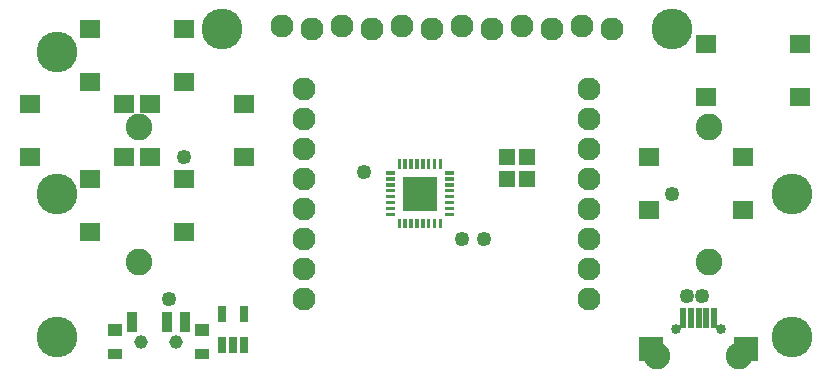
<source format=gts>
G04 MADE WITH FRITZING*
G04 WWW.FRITZING.ORG*
G04 DOUBLE SIDED*
G04 HOLES PLATED*
G04 CONTOUR ON CENTER OF CONTOUR VECTOR*
%ASAXBY*%
%FSLAX23Y23*%
%MOIN*%
%OFA0B0*%
%SFA1.0B1.0*%
%ADD10C,0.076929*%
%ADD11C,0.088740*%
%ADD12C,0.033622*%
%ADD13C,0.045433*%
%ADD14C,0.135984*%
%ADD15C,0.049370*%
%ADD16R,0.057244X0.053307*%
%ADD17R,0.037559X0.069055*%
%ADD18R,0.049370X0.033622*%
%ADD19R,0.049370X0.041496*%
%ADD20R,0.071024X0.061181*%
%ADD21R,0.023779X0.065118*%
%ADD22R,0.080866X0.084803*%
%ADD23R,0.031654X0.057244*%
%ADD24R,0.112362X0.112362*%
%ADD25C,0.010000*%
%LNMASK1*%
G90*
G70*
G54D10*
X979Y284D03*
X979Y384D03*
X979Y484D03*
X979Y584D03*
X979Y684D03*
X979Y784D03*
X979Y884D03*
X979Y984D03*
X1929Y284D03*
X1929Y384D03*
X1929Y484D03*
X1929Y584D03*
X1929Y684D03*
X1929Y784D03*
X1929Y884D03*
X1929Y984D03*
G54D11*
X2154Y96D03*
X2429Y96D03*
G54D12*
X2217Y184D03*
G54D13*
X552Y140D03*
X434Y140D03*
X552Y140D03*
X434Y140D03*
G54D12*
X2367Y184D03*
G54D11*
X2329Y859D03*
X2329Y859D03*
X2329Y409D03*
X2329Y409D03*
X429Y409D03*
X429Y409D03*
X429Y859D03*
X429Y859D03*
G54D14*
X154Y159D03*
X704Y1184D03*
X154Y1109D03*
X154Y634D03*
X2604Y634D03*
X2604Y159D03*
X2204Y1184D03*
G54D15*
X529Y284D03*
X1504Y484D03*
X1579Y484D03*
X2304Y296D03*
X2254Y296D03*
X579Y759D03*
X2204Y634D03*
X1354Y634D03*
X1179Y709D03*
G54D10*
X2004Y1186D03*
X1904Y1196D03*
X1804Y1186D03*
X1704Y1196D03*
X1604Y1186D03*
X1504Y1196D03*
X1404Y1186D03*
X1304Y1196D03*
X1204Y1186D03*
X1104Y1196D03*
X1004Y1186D03*
X904Y1196D03*
G54D16*
X1654Y684D03*
X1721Y684D03*
X1654Y759D03*
X1721Y759D03*
G54D17*
X581Y209D03*
X522Y209D03*
X404Y209D03*
G54D18*
X637Y101D03*
G54D19*
X637Y183D03*
G54D18*
X349Y101D03*
G54D19*
X349Y183D03*
G54D20*
X2630Y1134D03*
X2317Y1134D03*
X2630Y957D03*
X2317Y957D03*
X466Y759D03*
X779Y759D03*
X466Y936D03*
X779Y936D03*
X266Y509D03*
X579Y509D03*
X266Y686D03*
X579Y686D03*
X66Y759D03*
X379Y759D03*
X66Y936D03*
X379Y936D03*
X2442Y759D03*
X2129Y759D03*
X2442Y582D03*
X2129Y582D03*
X266Y1009D03*
X579Y1009D03*
X266Y1186D03*
X579Y1186D03*
G54D21*
X2242Y221D03*
X2344Y221D03*
X2267Y221D03*
X2293Y221D03*
X2319Y221D03*
G54D22*
X2135Y117D03*
X2450Y117D03*
G54D23*
X704Y133D03*
X742Y133D03*
X779Y133D03*
X779Y236D03*
X704Y236D03*
G54D24*
X1364Y635D03*
G54D25*
G36*
X1408Y718D02*
X1408Y750D01*
X1419Y750D01*
X1419Y718D01*
X1408Y718D01*
G37*
D02*
G36*
X1447Y581D02*
X1447Y592D01*
X1478Y592D01*
X1478Y581D01*
X1447Y581D01*
G37*
D02*
G36*
X1309Y521D02*
X1309Y553D01*
X1320Y553D01*
X1320Y521D01*
X1309Y521D01*
G37*
D02*
G36*
X1388Y718D02*
X1388Y750D01*
X1399Y750D01*
X1399Y718D01*
X1388Y718D01*
G37*
D02*
G36*
X1388Y521D02*
X1388Y553D01*
X1399Y553D01*
X1399Y521D01*
X1388Y521D01*
G37*
D02*
G36*
X1368Y718D02*
X1368Y750D01*
X1380Y750D01*
X1380Y718D01*
X1368Y718D01*
G37*
D02*
G36*
X1447Y659D02*
X1447Y671D01*
X1478Y671D01*
X1478Y659D01*
X1447Y659D01*
G37*
D02*
G36*
X1349Y718D02*
X1349Y750D01*
X1360Y750D01*
X1360Y718D01*
X1349Y718D01*
G37*
D02*
G36*
X1349Y521D02*
X1349Y553D01*
X1360Y553D01*
X1360Y521D01*
X1349Y521D01*
G37*
D02*
G36*
X1329Y718D02*
X1329Y750D01*
X1340Y750D01*
X1340Y718D01*
X1329Y718D01*
G37*
D02*
G36*
X1427Y521D02*
X1427Y553D01*
X1439Y553D01*
X1439Y521D01*
X1427Y521D01*
G37*
D02*
G36*
X1309Y718D02*
X1309Y750D01*
X1320Y750D01*
X1320Y718D01*
X1309Y718D01*
G37*
D02*
G36*
X1447Y620D02*
X1447Y631D01*
X1478Y631D01*
X1478Y620D01*
X1447Y620D01*
G37*
D02*
G36*
X1290Y718D02*
X1290Y750D01*
X1301Y750D01*
X1301Y718D01*
X1290Y718D01*
G37*
D02*
G36*
X1447Y699D02*
X1447Y710D01*
X1478Y710D01*
X1478Y699D01*
X1447Y699D01*
G37*
D02*
G36*
X1250Y699D02*
X1250Y710D01*
X1281Y710D01*
X1281Y699D01*
X1250Y699D01*
G37*
D02*
G36*
X1329Y521D02*
X1329Y553D01*
X1340Y553D01*
X1340Y521D01*
X1329Y521D01*
G37*
D02*
G36*
X1250Y679D02*
X1250Y690D01*
X1281Y690D01*
X1281Y679D01*
X1250Y679D01*
G37*
D02*
G36*
X1368Y521D02*
X1368Y553D01*
X1380Y553D01*
X1380Y521D01*
X1368Y521D01*
G37*
D02*
G36*
X1250Y659D02*
X1250Y671D01*
X1281Y671D01*
X1281Y659D01*
X1250Y659D01*
G37*
D02*
G36*
X1408Y521D02*
X1408Y553D01*
X1419Y553D01*
X1419Y521D01*
X1408Y521D01*
G37*
D02*
G36*
X1250Y640D02*
X1250Y651D01*
X1281Y651D01*
X1281Y640D01*
X1250Y640D01*
G37*
D02*
G36*
X1447Y561D02*
X1447Y572D01*
X1478Y572D01*
X1478Y561D01*
X1447Y561D01*
G37*
D02*
G36*
X1250Y620D02*
X1250Y631D01*
X1281Y631D01*
X1281Y620D01*
X1250Y620D01*
G37*
D02*
G36*
X1447Y600D02*
X1447Y612D01*
X1478Y612D01*
X1478Y600D01*
X1447Y600D01*
G37*
D02*
G36*
X1250Y600D02*
X1250Y612D01*
X1281Y612D01*
X1281Y600D01*
X1250Y600D01*
G37*
D02*
G36*
X1447Y640D02*
X1447Y651D01*
X1478Y651D01*
X1478Y640D01*
X1447Y640D01*
G37*
D02*
G36*
X1250Y581D02*
X1250Y592D01*
X1281Y592D01*
X1281Y581D01*
X1250Y581D01*
G37*
D02*
G36*
X1447Y679D02*
X1447Y690D01*
X1478Y690D01*
X1478Y679D01*
X1447Y679D01*
G37*
D02*
G36*
X1250Y561D02*
X1250Y572D01*
X1281Y572D01*
X1281Y561D01*
X1250Y561D01*
G37*
D02*
G36*
X1290Y521D02*
X1290Y553D01*
X1301Y553D01*
X1301Y521D01*
X1290Y521D01*
G37*
D02*
G36*
X1427Y718D02*
X1427Y750D01*
X1439Y750D01*
X1439Y718D01*
X1427Y718D01*
G37*
D02*
G04 End of Mask1*
M02*
</source>
